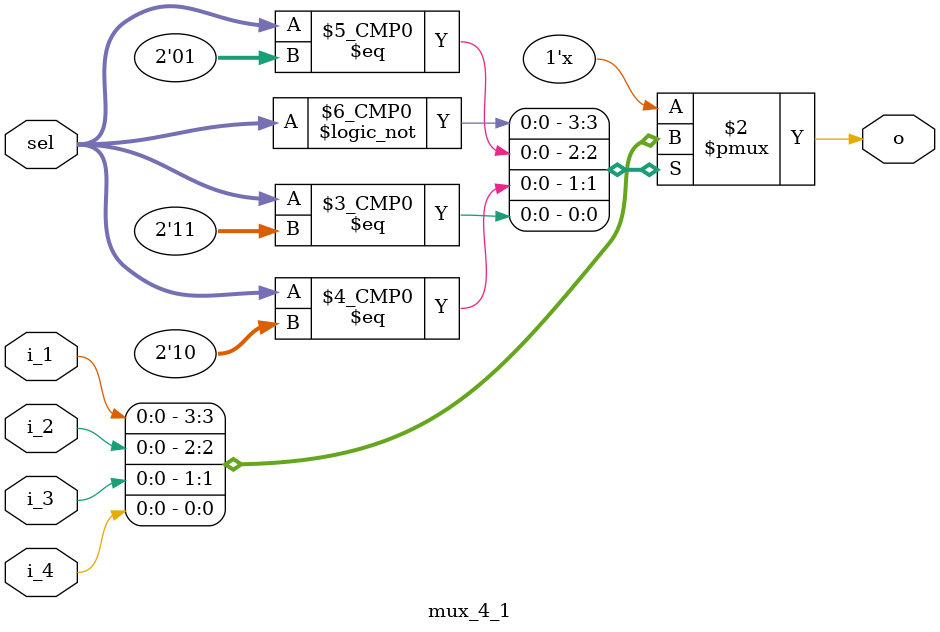
<source format=sv>
module mux_4_1 (
    input i_1, i_2, i_3, i_4,
    input [1:0] sel,
    output logic o
);
    always_comb begin : mux_4_1
        case(sel)
            'b00:
            begin
                o = i_1;
            end
            'b01:
            begin
                o = i_2;
            end
            'b10:
            begin
                o = i_3;
            end
            'b11:
            begin
                o = i_4;
            end
        endcase
    end
endmodule
</source>
